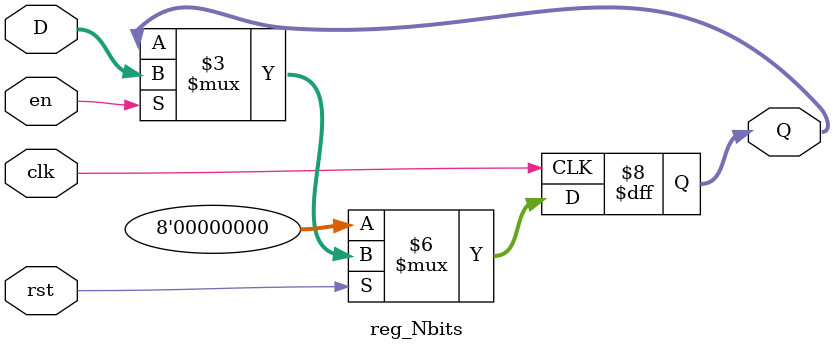
<source format=v>
module reg_Nbits #(
parameter     N = 8
)
(
//Input
input		clk,
input           rst,
input           en,
input   [N-1:0] D,
//Output
output reg [N-1:0] Q 
);

always@(posedge clk)
begin
  if(!rst)
    Q <= {N{1'b0}};
  else 
    if (en)
    Q <= D;
end

endmodule 
</source>
